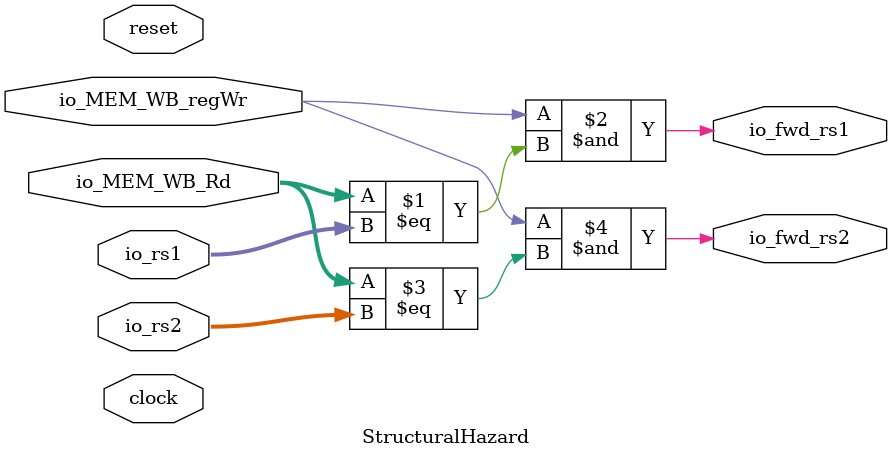
<source format=v>
module StructuralHazard(
  input        clock,
               reset,
  input  [4:0] io_rs1,
               io_rs2,
  input        io_MEM_WB_regWr,
  input  [4:0] io_MEM_WB_Rd,
  output       io_fwd_rs1,
               io_fwd_rs2
);

  assign io_fwd_rs1 = io_MEM_WB_regWr & io_MEM_WB_Rd == io_rs1;
  assign io_fwd_rs2 = io_MEM_WB_regWr & io_MEM_WB_Rd == io_rs2;
endmodule
</source>
